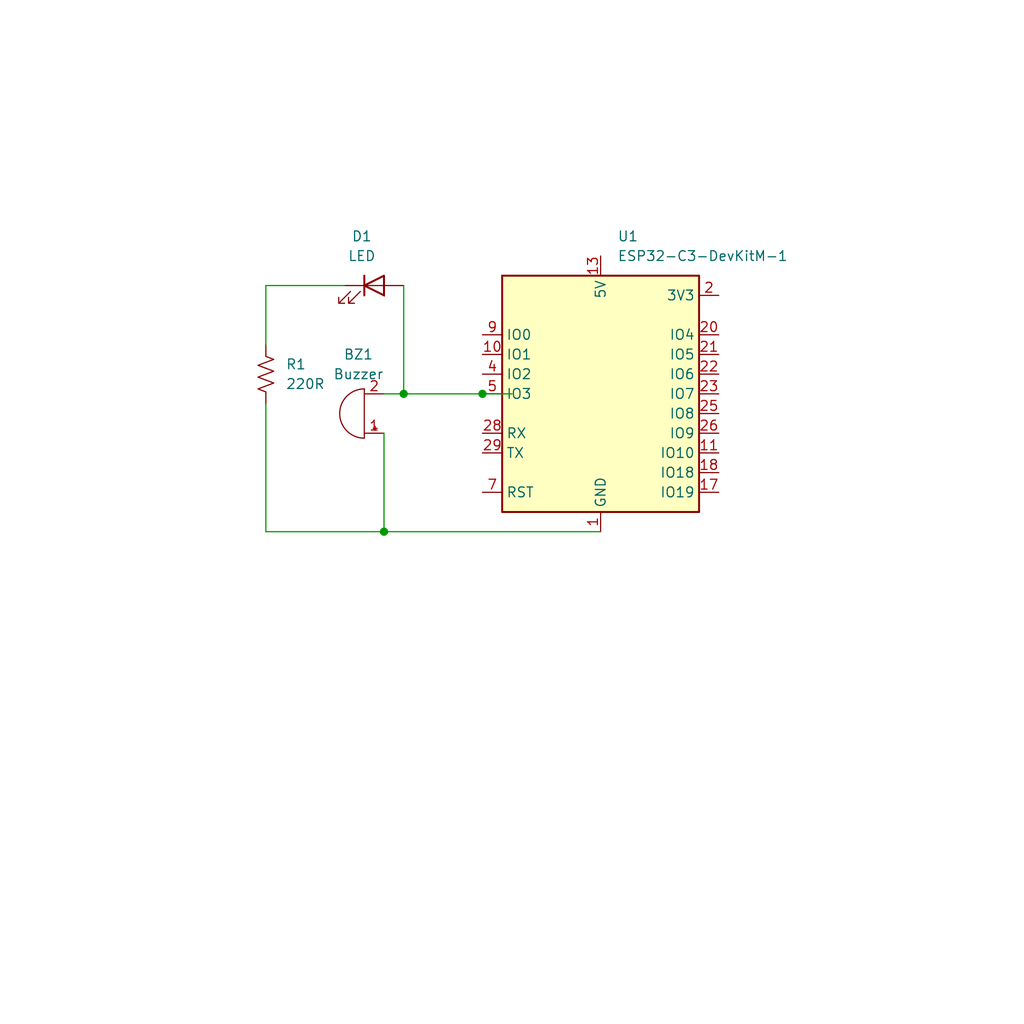
<source format=kicad_sch>
(kicad_sch (version 20250114) (generator "eeschema") (generator_version "9.0")
  (paper "User" 132.08 132.08)
  (lib_symbols
    (symbol "Device:Buzzer" (pin_names (offset 0.0254) (hide yes))
      (property "Reference" "BZ" (at 3.81 1.27 0))
      (property "Value" "Buzzer" (at 3.81 -1.27 0))
      (symbol "Buzzer_0_1"
        (polyline (pts (xy -1.651 1.905) (xy -1.143 1.905)))
        (polyline (pts (xy -1.397 2.159) (xy -1.397 1.651)))
        (arc (start 0 3.175) (mid 3.1612 0) (end 0 -3.175))
        (polyline (pts (xy 0 3.175) (xy 0 -3.175)))
      )
      (symbol "Buzzer_1_1"
        (pin passive line (at -2.54 2.54 0) (length 2.54) (name "+") (number "1"))
        (pin passive line (at -2.54 -2.54 0) (length 2.54) (name "-") (number "2"))
      )
    )
    (symbol "Device:LED" (pin_numbers (hide yes)) (pin_names (offset 1.016) (hide yes))
      (property "Reference" "D" (at 0 2.54 0))
      (property "Value" "LED" (at 0 -2.54 0))
      (symbol "LED_0_1"
        (polyline (pts (xy -3.048 -0.762) (xy -4.572 -2.286) (xy -3.81 -2.286) (xy -4.572 -2.286) (xy -4.572 -1.524)))
        (polyline (pts (xy -1.778 -0.762) (xy -3.302 -2.286) (xy -2.54 -2.286) (xy -3.302 -2.286) (xy -3.302 -1.524)))
        (polyline (pts (xy -1.27 0) (xy 1.27 0)))
        (polyline (pts (xy -1.27 -1.27) (xy -1.27 1.27)) (stroke (width 0.254)))
        (polyline (pts (xy 1.27 -1.27) (xy 1.27 1.27) (xy -1.27 0) (xy 1.27 -1.27)) (stroke (width 0.254)))
      )
      (symbol "LED_1_1"
        (pin passive line (at -3.81 0 0) (length 2.54) (name "K") (number "1"))
        (pin passive line (at 3.81 0 180) (length 2.54) (name "A") (number "2"))
      )
    )
    (symbol "Device:R_US" (pin_numbers (hide yes)) (pin_names (offset 0))
      (property "Reference" "R" (at 2.54 0 90))
      (property "Value" "R_US" (at -2.54 0 90))
      (symbol "R_US_0_1"
        (polyline (pts (xy 0 2.286) (xy 0 2.54)))
        (polyline (pts (xy 0 2.286) (xy 1.016 1.905) (xy 0 1.524) (xy -1.016 1.143) (xy 0 0.762)))
        (polyline (pts (xy 0 0.762) (xy 1.016 0.381) (xy 0 0) (xy -1.016 -0.381) (xy 0 -0.762)))
        (polyline (pts (xy 0 -0.762) (xy 1.016 -1.143) (xy 0 -1.524) (xy -1.016 -1.905) (xy 0 -2.286)))
        (polyline (pts (xy 0 -2.286) (xy 0 -2.54)))
      )
      (symbol "R_US_1_1"
        (pin passive line (at 0 3.81 270) (length 1.27) (name "~") (number "1"))
        (pin passive line (at 0 -3.81 90) (length 1.27) (name "~") (number "2"))
      )
    )
    (symbol "RF_Module:ESP32-C3-DevKitM-1"
      (property "Reference" "U" (at 7.62 16.51 0))
      (property "Value" "ESP32-C3-DevKitM-1" (at 11.684 -16.764 0))
      (symbol "ESP32-C3-DevKitM-1_1_1"
        (rectangle (start -12.7 15.24) (end 12.7 -15.24) (stroke (width 0.254)) (fill (type background)))
        (pin bidirectional line (at -15.24 7.62 0) (length 2.54) (name "IO0") (number "9"))
        (pin bidirectional line (at -15.24 5.08 0) (length 2.54) (name "IO1") (number "10"))
        (pin bidirectional line (at -15.24 2.54 0) (length 2.54) (name "IO2") (number "4"))
        (pin bidirectional line (at -15.24 0 0) (length 2.54) (name "IO3") (number "5"))
        (pin input line (at -15.24 -5.08 0) (length 2.54) (name "RX") (number "28"))
        (pin output line (at -15.24 -7.62 0) (length 2.54) (name "TX") (number "29"))
        (pin input line (at -15.24 -12.7 0) (length 2.54) (name "RST") (number "7"))
        (pin passive line (at 0 17.78 270) (length 2.54) (name "5V") (number "13"))
        (pin passive line (at 0 17.78 270) (length 2.54) (hide yes) (name "5V") (number "14"))
        (pin power_in line (at 0 -17.78 90) (length 2.54) (name "GND") (number "1"))
        (pin passive line (at 0 -17.78 90) (length 2.54) (hide yes) (name "GND") (number "12"))
        (pin passive line (at 0 -17.78 90) (length 2.54) (hide yes) (name "GND") (number "15"))
        (pin passive line (at 0 -17.78 90) (length 2.54) (hide yes) (name "GND") (number "16"))
        (pin passive line (at 0 -17.78 90) (length 2.54) (hide yes) (name "GND") (number "19"))
        (pin passive line (at 0 -17.78 90) (length 2.54) (hide yes) (name "GND") (number "24"))
        (pin passive line (at 0 -17.78 90) (length 2.54) (hide yes) (name "GND") (number "27"))
        (pin passive line (at 0 -17.78 90) (length 2.54) (hide yes) (name "GND") (number "30"))
        (pin passive line (at 0 -17.78 90) (length 2.54) (hide yes) (name "GND") (number "6"))
        (pin passive line (at 0 -17.78 90) (length 2.54) (hide yes) (name "GND") (number "8"))
        (pin power_out line (at 15.24 12.7 180) (length 2.54) (name "3V3") (number "2"))
        (pin passive line (at 15.24 12.7 180) (length 2.54) (hide yes) (name "3V3") (number "3"))
        (pin bidirectional line (at 15.24 7.62 180) (length 2.54) (name "IO4") (number "20"))
        (pin bidirectional line (at 15.24 5.08 180) (length 2.54) (name "IO5") (number "21"))
        (pin bidirectional line (at 15.24 2.54 180) (length 2.54) (name "IO6") (number "22"))
        (pin bidirectional line (at 15.24 0 180) (length 2.54) (name "IO7") (number "23"))
        (pin bidirectional line (at 15.24 -2.54 180) (length 2.54) (name "IO8") (number "25"))
        (pin bidirectional line (at 15.24 -5.08 180) (length 2.54) (name "IO9") (number "26"))
        (pin bidirectional line (at 15.24 -7.62 180) (length 2.54) (name "IO10") (number "11"))
        (pin bidirectional line (at 15.24 -10.16 180) (length 2.54) (name "IO18") (number "18"))
        (pin bidirectional line (at 15.24 -12.7 180) (length 2.54) (name "IO19") (number "17"))
      )
    )
  )
  (junction (at 62.23 50.8))
  (junction (at 52.07 50.8))
  (junction (at 49.53 68.58))
  (wire (pts (xy 34.29 36.83) (xy 34.29 44.45)))
  (wire (pts (xy 49.53 55.88) (xy 49.53 68.58)))
  (wire (pts (xy 44.45 36.83) (xy 34.29 36.83)))
  (wire (pts (xy 52.07 50.8) (xy 62.23 50.8)))
  (wire (pts (xy 52.07 36.83) (xy 52.07 50.8)))
  (wire (pts (xy 34.29 68.58) (xy 49.53 68.58)))
  (wire (pts (xy 49.53 50.8) (xy 52.07 50.8)))
  (wire (pts (xy 34.29 52.07) (xy 34.29 68.58)))
  (wire (pts (xy 62.23 50.8) (xy 66.04 50.8)))
  (wire (pts (xy 49.53 68.58) (xy 77.47 68.58)))
  (symbol (lib_id "Device:LED") (at 48.26 36.83 0) (unit 1)
    (property "Reference" "D1" (at 46.6725 30.48 0))
    (property "Value" "LED" (at 46.6725 33.02 0))
    (property "Description" "Light emitting diode" (effects (hide yes)))
    (property "Sim.Pins" "1=K 2=A" (effects (hide yes)))
  )
  (symbol (lib_id "Device:R_US") (at 34.29 48.26 0) (unit 1)
    (property "Reference" "R1" (at 36.83 46.9899 0) (effects (justify left)))
    (property "Value" "220R" (at 36.83 49.5299 0) (effects (justify left)))
    (property "Description" "Resistor, US symbol" (effects (hide yes)))
  )
  (symbol (lib_id "RF_Module:ESP32-C3-DevKitM-1") (at 77.47 50.8 0) (unit 1)
    (property "Reference" "U1" (at 79.6133 30.48 0) (effects (justify left)))
    (property "Value" "ESP32-C3-DevKitM-1" (at 79.6133 33.02 0) (effects (justify left)))
    (property "Footprint" "RF_Module:ESP32-C3-DevKitM-1" (effects (hide yes)))
    (property "Datasheet" "https://docs.espressif.com/projects/esp-idf/en/latest/esp32c3/hw-reference/esp32c3/user-guide-devkitm-1.html" (effects (hide yes)))
    (property "Description" "Development board featuring ESP32-C3-MINI-1 module" (effects (hide yes)))
  )
  (symbol (lib_id "Device:Buzzer") (at 46.99 53.34 180) (unit 1)
    (property "Reference" "BZ1" (at 46.2349 45.72 0))
    (property "Value" "Buzzer" (at 46.2349 48.26 0))
    (property "Description" "Buzzer, polarized" (effects (hide yes)))
  )
)
</source>
